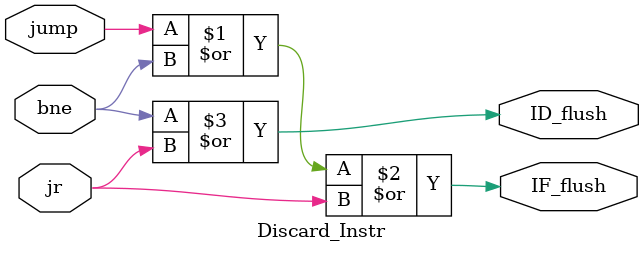
<source format=v>

`timescale 1 ps / 100 fs
module flush_block(
ID_RegDst,ID_ALUSrc, ID_MemtoReg,ID_RegWrite,ID_MemRead,ID_MemWrite,
ID_Branch,ID_ALUOp,ID_JRControl,flush,RegDst,ALUSrc,MemtoReg,RegWrite,
MemRead,MemWrite,Branch,ALUOp,JRControl);

output ID_RegDst,ID_ALUSrc,ID_MemtoReg,ID_RegWrite,ID_MemRead,ID_MemWrite,ID_Branch,ID_JRControl;
output [1:0] ID_ALUOp;
input flush,RegDst,ALUSrc,MemtoReg,RegWrite,MemRead,MemWrite,Branch,JRControl;
input [1:0] ALUOp;

not #50 (notflush,flush);
and #50 and1(ID_RegDst,RegDst,notflush);
and #50 and2(ID_ALUSrc,ALUSrc,notflush);
and #50 and3(ID_MemtoReg,MemtoReg,notflush);
and #50 and4(ID_RegWrite,RegWrite,notflush);
and #50 and5(ID_MemRead,MemRead,notflush);
and #50 and6(ID_MemWrite,MemWrite,notflush);
and #50 and7(ID_Branch,Branch,notflush);
and #50 and8(ID_JRControl,JRControl,notflush);
and #50 and9(ID_ALUOp[1],ALUOp[1],notflush);
and #50 and10(ID_ALUOp[0],ALUOp[0],notflush);
endmodule

module Discard_Instr(ID_flush,IF_flush,jump,bne,jr);
output ID_flush,IF_flush;
input jump,bne,jr;
or #50 OR1(IF_flush,jump,bne,jr);
or #50 OR2(ID_flush,bne,jr);
endmodule
</source>
